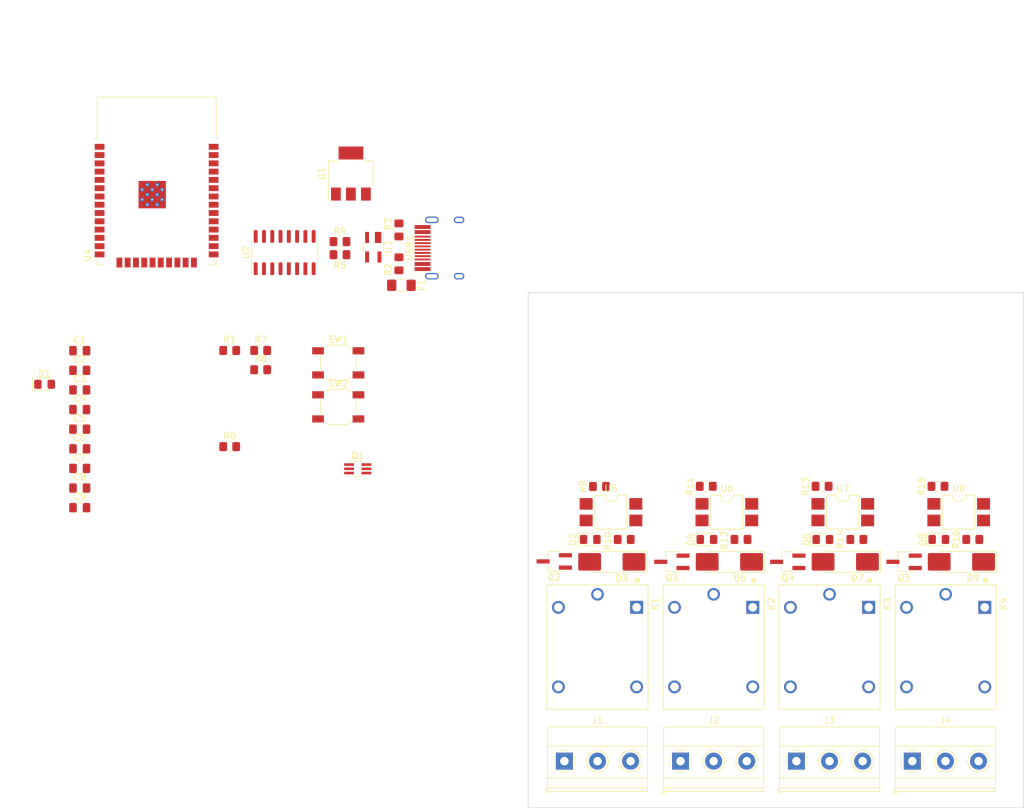
<source format=kicad_pcb>
(kicad_pcb (version 20221018) (generator pcbnew)
  (layers (0 "F.Cu" signal) (31 "B.Cu" signal) (34 "B.Paste" user) (35 "F.Paste" user) (36 "B.SilkS" user "B.Silkscreen") (37 "F.SilkS" user "F.Silkscreen") (38 "B.Mask" user) (39 "F.Mask" user) (44 "Edge.Cuts" user))
  (net 0 "")
  (net 1 "+5V")
  (net 2 "GND")
  (net 3 "+3.3V")
  (net 4 "/RESET")
  (net 5 "/IO_0")
  (net 6 "Net-(D1-A)")
  (net 7 "/IO_23")
  (net 8 "Net-(D2-A)")
  (net 9 "Net-(D3-A)")
  (net 10 "/IO_22")
  (net 11 "Net-(D4-A)")
  (net 12 "Net-(D5-A)")
  (net 13 "/IO_19")
  (net 14 "Net-(D6-A)")
  (net 15 "Net-(D7-A)")
  (net 16 "/IO_21")
  (net 17 "Net-(D8-A)")
  (net 18 "Net-(D9-A)")
  (net 19 "VCC")
  (net 20 "/NO-1")
  (net 21 "/COM-1")
  (net 22 "/NC-1")
  (net 23 "/NO-2")
  (net 24 "/COM-2")
  (net 25 "/NC-2")
  (net 26 "/NO-3")
  (net 27 "/COM-3")
  (net 28 "/NC-3")
  (net 29 "/NO-4")
  (net 30 "/COM-4")
  (net 31 "/NC-4")
  (net 32 "Net-(Q1-B2)")
  (net 33 "Net-(Q1-B1)")
  (net 34 "Net-(Q2-B)")
  (net 35 "Net-(Q3-B)")
  (net 36 "Net-(Q4-B)")
  (net 37 "Net-(Q5-B)")
  (net 38 "Net-(USB1-CC1)")
  (net 39 "Net-(USB1-CC2)")
  (net 40 "/DP")
  (net 41 "/D+")
  (net 42 "/DN")
  (net 43 "/D-")
  (net 44 "/RTS")
  (net 45 "/DTR")
  (net 46 "Net-(R9-Pad1)")
  (net 47 "Net-(R10-Pad1)")
  (net 48 "Net-(R11-Pad1)")
  (net 49 "Net-(R12-Pad1)")
  (net 50 "Net-(R13-Pad1)")
  (net 51 "Net-(R14-Pad1)")
  (net 52 "Net-(R15-Pad1)")
  (net 53 "Net-(R16-Pad1)")
  (net 54 "/TX")
  (net 55 "/RX")
  (footprint "TerminalBlock_Phoenix:TerminalBlock_Phoenix_MKDS-1,5-3-5.08_1x03_P5.08mm_Horizontal" (layer "F.Cu") (at 132.55625 123.03125)
    (fp_text reference "J1" (at 5.08 -6.26) (layer "F.SilkS"))
    (fp_text value "Relay-1")
    (pad "1" thru_hole rect (at 0 0) (size 2.6 2.6) (drill 1.3) (layers "*.Cu" "*.Mask") (net 20 "/NO-1"))
    (pad "2" thru_hole circle (at 5.08 0) (size 2.6 2.6) (drill 1.3) (layers "*.Cu" "*.Mask") (net 21 "/COM-1"))
    (pad "3" thru_hole circle (at 10.16 0) (size 2.6 2.6) (drill 1.3) (layers "*.Cu" "*.Mask") (net 22 "/NC-1"))
  )
  (footprint "local_lib:SMDIP-4_W7.62mm" (layer "F.Cu") (at 157.48 84.836)
    (fp_text reference "U6" (at 0 -3.6) (layer "F.SilkS"))
    (fp_text value "PC817")
    (pad "1" smd rect (at -3.81 -1.27) (size 2 1.78) (layers "F.Cu" "F.Paste" "F.Mask") (net 48 "Net-(R11-Pad1)"))
    (pad "2" smd rect (at -3.81 1.27) (size 2 1.78) (layers "F.Cu" "F.Paste" "F.Mask") (net 11 "Net-(D4-A)"))
    (pad "3" smd rect (at 3.81 1.27) (size 2 1.78) (layers "F.Cu" "F.Paste" "F.Mask") (net 49 "Net-(R12-Pad1)"))
    (pad "4" smd rect (at 3.81 -1.27) (size 2 1.78) (layers "F.Cu" "F.Paste" "F.Mask") (net 1 "+5V"))
  )
  (footprint "local_lib:SW_SPST_SKQG_WithStem" (layer "F.Cu") (at 97.86625 68.68625)
    (fp_text reference "SW2" (at 0 -3.6) (layer "F.SilkS"))
    (fp_text value "SW_SKQG")
    (pad "1" smd rect (at -3.1 -1.85) (size 1.8 1.1) (layers "F.Cu" "F.Paste" "F.Mask") (net 5 "/IO_0"))
    (pad "1" smd rect (at 3.1 -1.85) (size 1.8 1.1) (layers "F.Cu" "F.Paste" "F.Mask") (net 5 "/IO_0"))
    (pad "2" smd rect (at -3.1 1.85) (size 1.8 1.1) (layers "F.Cu" "F.Paste" "F.Mask") (net 2 "GND"))
    (pad "2" smd rect (at 3.1 1.85) (size 1.8 1.1) (layers "F.Cu" "F.Paste" "F.Mask") (net 2 "GND"))
  )
  (footprint "Resistor_SMD:R_0805_2012Metric_Pad1.20x1.40mm_HandSolder" (layer "F.Cu") (at 159.648 89.027 180)
    (fp_text reference "R12" (at 2.54 -0.127 90) (layer "F.SilkS"))
    (fp_text value "1K")
    (pad "1" smd roundrect (at -1 0 180) (size 1.2 1.4) (layers "F.Cu" "F.Paste" "F.Mask") (roundrect_rratio 0.208333) (net 49 "Net-(R12-Pad1)"))
    (pad "2" smd roundrect (at 1 0 180) (size 1.2 1.4) (layers "F.Cu" "F.Paste" "F.Mask") (roundrect_rratio 0.208333) (net 35 "Net-(Q3-B)"))
  )
  (footprint "Capacitor_SMD:C_0805_2012Metric_Pad1.18x1.45mm_HandSolder" (layer "F.Cu") (at 58.21625 78.12625)
    (fp_text reference "C7" (at 0 -1.68) (layer "F.SilkS"))
    (fp_text value "22uF")
    (pad "1" smd roundrect (at -1.0375 0) (size 1.175 1.45) (layers "F.Cu" "F.Paste" "F.Mask") (roundrect_rratio 0.212766) (net 3 "+3.3V"))
    (pad "2" smd roundrect (at 1.0375 0) (size 1.175 1.45) (layers "F.Cu" "F.Paste" "F.Mask") (roundrect_rratio 0.212766) (net 2 "GND"))
  )
  (footprint "local_lib:RELAY_SRD-05VDC-SL-C" (layer "F.Cu") (at 191.039 105.537 -90)
    (fp_text reference "K4" (at -6.62563 -8.83584 90) (layer "F.SilkS") (effects (font (size 1.000094 1.000094))))
    (fp_text value "SRD-05VDC-SL-C")
    (pad "A1" thru_hole rect (at -6.1 -6 270) (size 1.98 1.98) (drill 1.32) (layers "*.Cu" "*.Mask") (net 1 "+5V"))
    (pad "A2" thru_hole circle (at -6.1 6 270) (size 1.98 1.98) (drill 1.32) (layers "*.Cu" "*.Mask") (net 18 "Net-(D9-A)"))
    (pad "COM" thru_hole circle (at -8.1 0 270) (size 1.935 1.935) (drill 1.29) (layers "*.Cu" "*.Mask") (net 30 "/COM-4"))
    (pad "NC" thru_hole circle (at 6.1 -6 270) (size 1.98 1.98) (drill 1.32) (layers "*.Cu" "*.Mask") (net 31 "/NC-4"))
    (pad "NO" thru_hole circle (at 6.1 6 270) (size 1.98 1.98) (drill 1.32) (layers "*.Cu" "*.Mask") (net 29 "/NO-4"))
  )
  (footprint "local_lib:TSOT-23_HandSoldering" (layer "F.Cu") (at 131.005 92.395 180)
    (fp_text reference "Q2" (at 0 -2.45) (layer "F.SilkS"))
    (fp_text value "BC547A")
    (pad "1" smd rect (at -1.71 -0.95 180) (size 2 0.65) (layers "F.Cu" "F.Paste" "F.Mask") (net 9 "Net-(D3-A)"))
    (pad "2" smd rect (at -1.71 0.95 180) (size 2 0.65) (layers "F.Cu" "F.Paste" "F.Mask") (net 34 "Net-(Q2-B)"))
    (pad "3" smd rect (at 1.71 0 180) (size 2 0.65) (layers "F.Cu" "F.Paste" "F.Mask") (net 2 "GND"))
  )
  (footprint "Resistor_SMD:R_0805_2012Metric_Pad1.20x1.40mm_HandSolder" (layer "F.Cu") (at 98.1326 43.3344 180)
    (fp_text reference "R4" (at 0 1.6256) (layer "F.SilkS"))
    (fp_text value "22")
    (pad "1" smd roundrect (at -1 0 180) (size 1.2 1.4) (layers "F.Cu" "F.Paste" "F.Mask") (roundrect_rratio 0.208333) (net 40 "/DP"))
    (pad "2" smd roundrect (at 1 0 180) (size 1.2 1.4) (layers "F.Cu" "F.Paste" "F.Mask") (roundrect_rratio 0.208333) (net 41 "/D+"))
  )
  (footprint "local_lib:SMDIP-4_W7.62mm" (layer "F.Cu") (at 193.04 84.836)
    (fp_text reference "U8" (at 0 -3.6) (layer "F.SilkS"))
    (fp_text value "PC817")
    (pad "1" smd rect (at -3.81 -1.27) (size 2 1.78) (layers "F.Cu" "F.Paste" "F.Mask") (net 52 "Net-(R15-Pad1)"))
    (pad "2" smd rect (at -3.81 1.27) (size 2 1.78) (layers "F.Cu" "F.Paste" "F.Mask") (net 17 "Net-(D8-A)"))
    (pad "3" smd rect (at 3.81 1.27) (size 2 1.78) (layers "F.Cu" "F.Paste" "F.Mask") (net 53 "Net-(R16-Pad1)"))
    (pad "4" smd rect (at 3.81 -1.27) (size 2 1.78) (layers "F.Cu" "F.Paste" "F.Mask") (net 1 "+5V"))
  )
  (footprint "Capacitor_SMD:C_0805_2012Metric_Pad1.18x1.45mm_HandSolder" (layer "F.Cu") (at 58.21625 75.11625)
    (fp_text reference "C6" (at 0 -1.68) (layer "F.SilkS"))
    (fp_text value "0.1uF")
    (pad "1" smd roundrect (at -1.0375 0) (size 1.175 1.45) (layers "F.Cu" "F.Paste" "F.Mask") (roundrect_rratio 0.212766) (net 3 "+3.3V"))
    (pad "2" smd roundrect (at 1.0375 0) (size 1.175 1.45) (layers "F.Cu" "F.Paste" "F.Mask") (roundrect_rratio 0.212766) (net 2 "GND"))
  )
  (footprint "LED_SMD:LED_0805_2012Metric_Pad1.15x1.40mm_HandSolder" (layer "F.Cu") (at 52.82125 65.22125)
    (fp_text reference "D1" (at 0 -1.65) (layer "F.SilkS"))
    (fp_text value "YELLOW_LED")
    (pad "1" smd roundrect (at -1.025 0) (size 1.15 1.4) (layers "F.Cu" "F.Paste" "F.Mask") (roundrect_rratio 0.217391) (net 2 "GND"))
    (pad "2" smd roundrect (at 1.025 0) (size 1.15 1.4) (layers "F.Cu" "F.Paste" "F.Mask") (roundrect_rratio 0.217391) (net 6 "Net-(D1-A)"))
  )
  (footprint "Resistor_SMD:R_0805_2012Metric_Pad1.20x1.40mm_HandSolder" (layer "F.Cu") (at 137.938 80.899)
    (fp_text reference "R9" (at -2.54 0 90) (layer "F.SilkS"))
    (fp_text value "1K")
    (pad "1" smd roundrect (at -1 0) (size 1.2 1.4) (layers "F.Cu" "F.Paste" "F.Mask") (roundrect_rratio 0.208333) (net 46 "Net-(R9-Pad1)"))
    (pad "2" smd roundrect (at 1 0) (size 1.2 1.4) (layers "F.Cu" "F.Paste" "F.Mask") (roundrect_rratio 0.208333) (net 1 "+5V"))
  )
  (footprint "LED_SMD:LED_0805_2012Metric_Pad1.15x1.40mm_HandSolder" (layer "F.Cu") (at 154.423 89.027)
    (fp_text reference "D4" (at -2.54 0 90) (layer "F.SilkS"))
    (fp_text value "RED_LED" hide)
    (pad "1" smd roundrect (at -1.025 0) (size 1.15 1.4) (layers "F.Cu" "F.Paste" "F.Mask") (roundrect_rratio 0.217391) (net 10 "/IO_22"))
    (pad "2" smd roundrect (at 1.025 0) (size 1.15 1.4) (layers "F.Cu" "F.Paste" "F.Mask") (roundrect_rratio 0.217391) (net 11 "Net-(D4-A)"))
  )
  (footprint "local_lib:SMDIP-4_W7.62mm" (layer "F.Cu") (at 139.7 84.836)
    (fp_text reference "U5" (at 0 -3.6) (layer "F.SilkS"))
    (fp_text value "PC817")
    (pad "1" smd rect (at -3.81 -1.27) (size 2 1.78) (layers "F.Cu" "F.Paste" "F.Mask") (net 46 "Net-(R9-Pad1)"))
    (pad "2" smd rect (at -3.81 1.27) (size 2 1.78) (layers "F.Cu" "F.Paste" "F.Mask") (net 8 "Net-(D2-A)"))
    (pad "3" smd rect (at 3.81 1.27) (size 2 1.78) (layers "F.Cu" "F.Paste" "F.Mask") (net 47 "Net-(R10-Pad1)"))
    (pad "4" smd rect (at 3.81 -1.27) (size 2 1.78) (layers "F.Cu" "F.Paste" "F.Mask") (net 1 "+5V"))
  )
  (footprint "local_lib:SOT-223-3_TabPin2" (layer "F.Cu") (at 99.809 32.895 90)
    (fp_text reference "U1" (at 0 -4.5 90) (layer "F.SilkS"))
    (fp_text value "AMS1117-3.3")
    (pad "1" smd rect (at -3.15 -2.3 90) (size 2 1.5) (layers "F.Cu" "F.Paste" "F.Mask") (net 2 "GND"))
    (pad "2" smd rect (at -3.15 0 90) (size 2 1.5) (layers "F.Cu" "F.Paste" "F.Mask") (net 3 "+3.3V"))
    (pad "2" smd rect (at 3.15 0 90) (size 2 3.8) (layers "F.Cu" "F.Paste" "F.Mask") (net 3 "+3.3V"))
    (pad "3" smd rect (at -3.15 2.3 90) (size 2 1.5) (layers "F.Cu" "F.Paste" "F.Mask") (net 1 "+5V"))
  )
  (footprint "LED_SMD:LED_0805_2012Metric_Pad1.15x1.40mm_HandSolder" (layer "F.Cu") (at 136.516 89.027)
    (fp_text reference "D2" (at -2.658 0 90) (layer "F.SilkS"))
    (fp_text value "RED_LED" hide)
    (pad "1" smd roundrect (at -1.025 0) (size 1.15 1.4) (layers "F.Cu" "F.Paste" "F.Mask") (roundrect_rratio 0.217391) (net 7 "/IO_23"))
    (pad "2" smd roundrect (at 1.025 0) (size 1.15 1.4) (layers "F.Cu" "F.Paste" "F.Mask") (roundrect_rratio 0.217391) (net 8 "Net-(D2-A)"))
  )
  (footprint "LED_SMD:LED_0805_2012Metric_Pad1.15x1.40mm_HandSolder" (layer "F.Cu") (at 172.203 89.027)
    (fp_text reference "D6" (at -2.531 0 90) (layer "F.SilkS"))
    (fp_text value "RED_LED" hide)
    (pad "1" smd roundrect (at -1.025 0) (size 1.15 1.4) (layers "F.Cu" "F.Paste" "F.Mask") (roundrect_rratio 0.217391) (net 13 "/IO_19"))
    (pad "2" smd roundrect (at 1.025 0) (size 1.15 1.4) (layers "F.Cu" "F.Paste" "F.Mask") (roundrect_rratio 0.217391) (net 14 "Net-(D6-A)"))
  )
  (footprint "Resistor_SMD:R_0805_2012Metric_Pad1.20x1.40mm_HandSolder" (layer "F.Cu") (at 81.21625 60.03625)
    (fp_text reference "R1" (at 0 -1.65) (layer "F.SilkS"))
    (fp_text value "2K")
    (pad "1" smd roundrect (at -1 0) (size 1.2 1.4) (layers "F.Cu" "F.Paste" "F.Mask") (roundrect_rratio 0.208333) (net 1 "+5V"))
    (pad "2" smd roundrect (at 1 0) (size 1.2 1.4) (layers "F.Cu" "F.Paste" "F.Mask") (roundrect_rratio 0.208333) (net 6 "Net-(D1-A)"))
  )
  (footprint "Resistor_SMD:R_0805_2012Metric_Pad1.20x1.40mm_HandSolder" (layer "F.Cu") (at 177.419 89.027)
    (fp_text reference "R14" (at -2.54 0 90) (layer "F.SilkS"))
    (fp_text value "1K")
    (pad "1" smd roundrect (at -1 0) (size 1.2 1.4) (layers "F.Cu" "F.Paste" "F.Mask") (roundrect_rratio 0.208333) (net 51 "Net-(R14-Pad1)"))
    (pad "2" smd roundrect (at 1 0) (size 1.2 1.4) (layers "F.Cu" "F.Paste" "F.Mask") (roundrect_rratio 0.208333) (net 36 "Net-(Q4-B)"))
  )
  (footprint "Resistor_SMD:R_0805_2012Metric_Pad1.20x1.40mm_HandSolder" (layer "F.Cu") (at 107.175 46.736 -90)
    (fp_text reference "R2" (at 0.891 1.651 90) (layer "F.SilkS"))
    (fp_text value "5.1K")
    (pad "1" smd roundrect (at -1 0 270) (size 1.2 1.4) (layers "F.Cu" "F.Paste" "F.Mask") (roundrect_rratio 0.208333) (net 38 "Net-(USB1-CC1)"))
    (pad "2" smd roundrect (at 1 0 270) (size 1.2 1.4) (layers "F.Cu" "F.Paste" "F.Mask") (roundrect_rratio 0.208333) (net 2 "GND"))
  )
  (footprint "Resistor_SMD:R_0805_2012Metric_Pad1.20x1.40mm_HandSolder" (layer "F.Cu") (at 81.21625 74.78625)
    (fp_text reference "R6" (at 0 -1.65) (layer "F.SilkS"))
    (fp_text value "10K")
    (pad "1" smd roundrect (at -1 0) (size 1.2 1.4) (layers "F.Cu" "F.Paste" "F.Mask") (roundrect_rratio 0.208333) (net 44 "/RTS"))
    (pad "2" smd roundrect (at 1 0) (size 1.2 1.4) (layers "F.Cu" "F.Paste" "F.Mask") (roundrect_rratio 0.208333) (net 33 "Net-(Q1-B1)"))
  )
  (footprint "Capacitor_SMD:C_0805_2012Metric_Pad1.18x1.45mm_HandSolder" (layer "F.Cu") (at 58.21625 81.13625)
    (fp_text reference "C8" (at 0 -1.68) (layer "F.SilkS"))
    (fp_text value "0.1uF")
    (pad "1" smd roundrect (at -1.0375 0) (size 1.175 1.45) (layers "F.Cu" "F.Paste" "F.Mask") (roundrect_rratio 0.212766) (net 2 "GND"))
    (pad "2" smd roundrect (at 1.0375 0) (size 1.175 1.45) (layers "F.Cu" "F.Paste" "F.Mask") (roundrect_rratio 0.212766) (net 4 "/RESET"))
  )
  (footprint "Resistor_SMD:R_0805_2012Metric_Pad1.20x1.40mm_HandSolder" (layer "F.Cu") (at 98.1326 45.341 180)
    (fp_text reference "R5" (at 0.016 -1.651) (layer "F.SilkS"))
    (fp_text value "22")
    (pad "1" smd roundrect (at -1 0 180) (size 1.2 1.4) (layers "F.Cu" "F.Paste" "F.Mask") (roundrect_rratio 0.208333) (net 42 "/DN"))
    (pad "2" smd roundrect (at 1 0 180) (size 1.2 1.4) (layers "F.Cu" "F.Paste" "F.Mask") (roundrect_rratio 0.208333) (net 43 "/D-"))
  )
  (footprint "TerminalBlock_Phoenix:TerminalBlock_Phoenix_MKDS-1,5-3-5.08_1x03_P5.08mm_Horizontal" (layer "F.Cu") (at 185.928 123.03125)
    (fp_text reference "J4" (at 5.08 -6.26) (layer "F.SilkS"))
    (fp_text value "Relay-4")
    (pad "1" thru_hole rect (at 0 0) (size 2.6 2.6) (drill 1.3) (layers "*.Cu" "*.Mask") (net 29 "/NO-4"))
    (pad "2" thru_hole circle (at 5.08 0) (size 2.6 2.6) (drill 1.3) (layers "*.Cu" "*.Mask") (net 30 "/COM-4"))
    (pad "3" thru_hole circle (at 10.16 0) (size 2.6 2.6) (drill 1.3) (layers "*.Cu" "*.Mask") (net 31 "/NC-4"))
  )
  (footprint "Resistor_SMD:R_0805_2012Metric_Pad1.20x1.40mm_HandSolder" (layer "F.Cu") (at 141.732 89.027 180)
    (fp_text reference "R10" (at 2.54 -0.254 90) (layer "F.SilkS"))
    (fp_text value "1K")
    (pad "1" smd roundrect (at -1 0 180) (size 1.2 1.4) (layers "F.Cu" "F.Paste" "F.Mask") (roundrect_rratio 0.208333) (net 47 "Net-(R10-Pad1)"))
    (pad "2" smd roundrect (at 1 0 180) (size 1.2 1.4) (layers "F.Cu" "F.Paste" "F.Mask") (roundrect_rratio 0.208333) (net 34 "Net-(Q2-B)"))
  )
  (footprint "Capacitor_SMD:C_0805_2012Metric_Pad1.18x1.45mm_HandSolder" (layer "F.Cu") (at 58.21625 69.09625)
    (fp_text reference "C4" (at 0 -1.68) (layer "F.SilkS"))
    (fp_text value "0.1uF")
    (pad "1" smd roundrect (at -1.0375 0) (size 1.175 1.45) (layers "F.Cu" "F.Paste" "F.Mask") (roundrect_rratio 0.212766) (net 2 "GND"))
    (pad "2" smd roundrect (at 1.0375 0) (size 1.175 1.45) (layers "F.Cu" "F.Paste" "F.Mask") (roundrect_rratio 0.212766) (net 1 "+5V"))
  )
  (footprint "TerminalBlock_Phoenix:TerminalBlock_Phoenix_MKDS-1,5-3-5.08_1x03_P5.08mm_Horizontal" (layer "F.Cu") (at 150.368 123.03125)
    (fp_text reference "J2" (at 5.08 -6.26) (layer "F.SilkS"))
    (fp_text value "Relay-2")
    (pad "1" thru_hole rect (at 0 0) (size 2.6 2.6) (drill 1.3) (layers "*.Cu" "*.Mask") (net 23 "/NO-2"))
    (pad "2" thru_hole circle (at 5.08 0) (size 2.6 2.6) (drill 1.3) (layers "*.Cu" "*.Mask") (net 24 "/COM-2"))
    (pad "3" thru_hole circle (at 10.16 0) (size 2.6 2.6) (drill 1.3) (layers "*.Cu" "*.Mask") (net 25 "/NC-2"))
  )
  (footprint "local_lib:HRO-TYPE-C-31-M-12-HandSoldering" (layer "F.Cu") (at 118.999 44.323 90)
    (fp_text reference "USB1" (at 0 -10.2 90) (layer "F.SilkS"))
    (fp_text value "HRO-TYPE-C-31-M-12")
    (pad "" np_thru_hole circle (at -2.89 -6.25 90) (size 0.65 0.65) (drill 0.65) (layers "*.Cu" "*.Mask"))
    (pad "" np_thru_hole circle (at 2.89 -6.25 90) (size 0.65 0.65) (drill 0.65) (layers "*.Cu" "*.Mask"))
    (pad "1" smd rect (at -3.225 -8.195 90) (size 0.6 2.45) (layers "F.Cu" "F.Paste" "F.Mask") (net 2 "GND"))
    (pad "2" smd rect (at -2.45 -8.195 90) (size 0.6 2.45) (layers "F.Cu" "F.Paste" "F.Mask") (net 19 "VCC"))
    (pad "3" smd rect (at -1.75 -8.195 90) (size 0.3 2.45) (layers "F.Cu" "F.Paste" "F.Mask"))
    (pad "4" smd rect (at -1.25 -8.195 90) (size 0.3 2.45) (layers "F.Cu" "F.Paste" "F.Mask") (net 38 "Net-(USB1-CC1)"))
    (pad "5" smd rect (at -0.75 -8.195 90) (size 0.3 2.45) (layers "F.Cu" "F.Paste" "F.Mask") (net 42 "/DN"))
    (pad "6" smd rect (at -0.25 -8.195 90) (size 0.3 2.45) (layers "F.Cu" "F.Paste" "F.Mask") (net 40 "/DP"))
    (pad "7" smd rect (at 0.25 -8.195 90) (size 0.3 2.45) (layers "F.Cu" "F.Paste" "F.Mask") (net 42 "/DN"))
    (pad "8" smd rect (at 0.75 -8.195 90) (size 0.3 2.45) (layers "F.Cu" "F.Paste" "F.Mask") (net 40 "/DP"))
    (pad "9" smd rect (at 1.25 -8.195 90) (size 0.3 2.45) (layers "F.Cu" "F.Paste" "F.Mask"))
    (pad "10" smd rect (at 1.75 -8.195 90) (size 0.3 2.45) (layers "F.Cu" "F.Paste" "F.Mask") (net 39 "Net-(USB1-CC2)"))
    (pad "11" smd rect (at 2.45 -8.195 90) (size 0.6 2.45) (layers "F.Cu" "F.Paste" "F.Mask") (net 19 "VCC"))
    (pad "12" smd rect (at 3.225 -8.195 90) (size 0.6 2.45) (layers "F.Cu" "F.Paste" "F.Mask") (net 2 "GND"))
    (pad "13" thru_hole oval (at -4.32 -6.78 90) (size 1 2.1) (drill oval 0.6 1.7) (layers "*.Cu" "B.Mask") (net 2 "GND"))
    (pad "13" thru_hole oval (at -4.32 -2.6 90) (size 1 1.6) (drill oval 0.6 1.2) (layers "*.Cu" "B.Mask") (net 2 "GND"))
    (pad "13" thru_hole oval (at 4.32 -6.78 90) (size 1 2.1) (drill oval 0.6 1.7) (layers "*.Cu" "B.Mask") (net 2 "GND"))
    (pad "13" thru_hole oval (at 4.32 -2.6 90) (size 1 1.6) (drill oval 0.6 1.2) (layers "*.Cu" "B.Mask") (net 2 "GND"))
  )
  (footprint "Fuse:Fuse_1206_3216Metric_Pad1.42x1.75mm_HandSolder" (layer "F.Cu") (at 107.556 50.04 180)
    (fp_text reference "F1" (at -3.175 0 90) (layer "F.SilkS"))
    (fp_text value "500mA")
    (pad "1" smd roundrect (at -1.4875 0 180) (size 1.425 1.75) (layers "F.Cu" "F.Paste" "F.Mask") (roundrect_rratio 0.175439) (net 19 "VCC"))
    (pad "2" smd roundrect (at 1.4875 0 180) (size 1.425 1.75) (layers "F.Cu" "F.Paste" "F.Mask") (roundrect_rratio 0.175439) (net 1 "+5V"))
  )
  (footprint "local_lib:TSOT-23_HandSoldering" (layer "F.Cu") (at 184.658 92.456 180)
    (fp_text reference "Q5" (at 0 -2.45) (layer "F.SilkS"))
    (fp_text value "BC547A")
    (pad "1" smd rect (at -1.71 -0.95 180) (size 2 0.65) (layers "F.Cu" "F.Paste" "F.Mask") (net 18 "Net-(D9-A)"))
    (pad "2" smd rect (at -1.71 0.95 180) (size 2 0.65) (layers "F.Cu" "F.Paste" "F.Mask") (net 37 "Net-(Q5-B)"))
    (pad "3" smd rect (at 1.71 0 180) (size 2 0.65) (layers "F.Cu" "F.Paste" "F.Mask") (net 2 "GND"))
  )
  (footprint "local_lib:D_MELF_Handsoldering" (layer "F.Cu") (at 193.45 92.456 180)
    (fp_text reference "D9" (at -1.749 -2.5) (layer "F.SilkS"))
    (fp_text value "1N4007")
    (pad "1" smd roundrect (at -3.4 0 180) (size 3.5 2.7) (layers "F.Cu" "F.Paste" "F.Mask") (roundrect_rratio 0.0925925926) (net 1 "+5V"))
    (pad "2" smd roundrect (at 3.4 0 180) (size 3.5 2.7) (layers "F.Cu" "F.Paste" "F.Mask") (roundrect_rratio 0.0925925926) (net 18 "Net-(D9-A)"))
  )
  (footprint "local_lib:RELAY_SRD-05VDC-SL-C" (layer "F.Cu") (at 155.448 105.537 -90)
    (fp_text reference "K2" (at -6.62563 -8.83584 90) (layer "F.SilkS") (effects (font (size 1.000094 1.000094))))
    (fp_text value "SRD-05VDC-SL-C")
    (pad "A1" thru_hole rect (at -6.1 -6 270) (size 1.98 1.98) (drill 1.32) (layers "*.Cu" "*.Mask") (net 1 "+5V"))
    (pad "A2" thru_hole circle (at -6.1 6 270) (size 1.98 1.98) (drill 1.32) (layers "*.Cu" "*.Mask") (net 12 "Net-(D5-A)"))
    (pad "COM" thru_hole circle (at -8.1 0 270) (size 1.935 1.935) (drill 1.29) (layers "*.Cu" "*.Mask") (net 24 "/COM-2"))
    (pad "NC" thru_hole circle (at 6.1 -6 270) (size 1.98 1.98) (drill 1.32) (layers "*.Cu" "*.Mask") (net 25 "/NC-2"))
    (pad "NO" thru_hole circle (at 6.1 6 270) (size 1.98 1.98) (drill 1.32) (layers "*.Cu" "*.Mask") (net 23 "/NO-2"))
  )
  (footprint "LED_SMD:LED_0805_2012Metric_Pad1.15x1.40mm_HandSolder" (layer "F.Cu") (at 189.992 89.027)
    (fp_text reference "D8" (at -2.54 0 90) (layer "F.SilkS"))
    (fp_text value "RED_LED" hide)
    (pad "1" smd roundrect (at -1.025 0) (size 1.15 1.4) (layers "F.Cu" "F.Paste" "F.Mask") (roundrect_rratio 0.217391) (net 16 "/IO_21"))
    (pad "2" smd roundrect (at 1.025 0) (size 1.15 1.4) (layers "F.Cu" "F.Paste" "F.Mask") (roundrect_rratio 0.217391) (net 17 "Net-(D8-A)"))
  )
  (footprint "local_lib:TSOT-23_HandSoldering" (layer "F.Cu") (at 149.039 92.456 180)
    (fp_text reference "Q3" (at 0 -2.45) (layer "F.SilkS"))
    (fp_text value "BC547A")
    (pad "1" smd rect (at -1.71 -0.95 180) (size 2 0.65) (layers "F.Cu" "F.Paste" "F.Mask") (net 12 "Net-(D5-A)"))
    (pad "2" smd rect (at -1.71 0.95 180) (size 2 0.65) (layers "F.Cu" "F.Paste" "F.Mask") (net 35 "Net-(Q3-B)"))
    (pad "3" smd rect (at 1.71 0 180) (size 2 0.65) (layers "F.Cu" "F.Paste" "F.Mask") (net 2 "GND"))
  )
  (footprint "Resistor_SMD:R_0805_2012Metric_Pad1.20x1.40mm_HandSolder" (layer "F.Cu") (at 107.175 41.545 90)
    (fp_text reference "R3" (at 0.903 -1.651 90) (layer "F.SilkS"))
    (fp_text value "5.1K")
    (pad "1" smd roundrect (at -1 0 90) (size 1.2 1.4) (layers "F.Cu" "F.Paste" "F.Mask") (roundrect_rratio 0.208333) (net 39 "Net-(USB1-CC2)"))
    (pad "2" smd roundrect (at 1 0 90) (size 1.2 1.4) (layers "F.Cu" "F.Paste" "F.Mask") (roundrect_rratio 0.208333) (net 2 "GND"))
  )
  (footprint "local_lib:SMDIP-4_W7.62mm" (layer "F.Cu") (at 175.26 84.836)
    (fp_text reference "U7" (at 0 -3.6) (layer "F.SilkS"))
    (fp_text value "PC817")
    (pad "1" smd rect (at -3.81 -1.27) (size 2 1.78) (layers "F.Cu" "F.Paste" "F.Mask") (net 50 "Net-(R13-Pad1)"))
    (pad "2" smd rect (at -3.81 1.27) (size 2 1.78) (layers "F.Cu" "F.Paste" "F.Mask") (net 14 "Net-(D6-A)"))
    (pad "3" smd rect (at 3.81 1.27) (size 2 1.78) (layers "F.Cu" "F.Paste" "F.Mask") (net 51 "Net-(R14-Pad1)"))
    (pad "4" smd rect (at 3.81 -1.27) (size 2 1.78) (layers "F.Cu" "F.Paste" "F.Mask") (net 1 "+5V"))
  )
  (footprint "Capacitor_SMD:C_0805_2012Metric_Pad1.18x1.45mm_HandSolder" (layer "F.Cu") (at 58.21625 66.08625)
    (fp_text reference "C3" (at 0 -1.68) (layer "F.SilkS"))
    (fp_text value "0.1uF")
    (pad "1" smd roundrect (at -1.0375 0) (size 1.175 1.45) (layers "F.Cu" "F.Paste" "F.Mask") (roundrect_rratio 0.212766) (net 3 "+3.3V"))
    (pad "2" smd roundrect (at 1.0375 0) (size 1.175 1.45) (layers "F.Cu" "F.Paste" "F.Mask") (roundrect_rratio 0.212766) (net 2 "GND"))
  )
  (footprint "local_lib:D_MELF_Handsoldering" (layer "F.Cu") (at 139.827 92.456 180)
    (fp_text reference "D3" (at -1.524 -2.5) (layer "F.SilkS"))
    (fp_text value "1N4007")
    (pad "1" smd roundrect (at -3.4 0 180) (size 3.5 2.7) (layers "F.Cu" "F.Paste" "F.Mask") (roundrect_rratio 0.0925925926) (net 1 "+5V"))
    (pad "2" smd roundrect (at 3.4 0 180) (size 3.5 2.7) (layers "F.Cu" "F.Paste" "F.Mask") (roundrect_rratio 0.0925925926) (net 9 "Net-(D3-A)"))
  )
  (footprint "Resistor_SMD:R_0805_2012Metric_Pad1.20x1.40mm_HandSolder" (layer "F.Cu") (at 85.96625 60.03625)
    (fp_text reference "R7" (at 0 -1.65) (layer "F.SilkS"))
    (fp_text value "10K")
    (pad "1" smd roundrect (at -1 0) (size 1.2 1.4) (layers "F.Cu" "F.Paste" "F.Mask") (roundrect_rratio 0.208333) (net 32 "Net-(Q1-B2)"))
    (pad "2" smd roundrect (at 1 0) (size 1.2 1.4) (layers "F.Cu" "F.Paste" "F.Mask") (roundrect_rratio 0.208333) (net 45 "/DTR"))
  )
  (footprint "TerminalBlock_Phoenix:TerminalBlock_Phoenix_MKDS-1,5-3-5.08_1x03_P5.08mm_Horizontal" (layer "F.Cu") (at 168.148 123.03125)
    (fp_text reference "J3" (at 5.08 -6.26) (layer "F.SilkS"))
    (fp_text value "Relay-3")
    (pad "1" thru_hole rect (at 0 0) (size 2.6 2.6) (drill 1.3) (layers "*.Cu" "*.Mask") (net 26 "/NO-3"))
    (pad "2" thru_hole circle (at 5.08 0) (size 2.6 2.6) (drill 1.3) (layers "*.Cu" "*.Mask") (net 27 "/COM-3"))
    (pad "3" thru_hole circle (at 10.16 0) (size 2.6 2.6) (drill 1.3) (layers "*.Cu" "*.Mask") (net 28 "/NC-3"))
  )
  (footprint "Resistor_SMD:R_0805_2012Metric_Pad1.20x1.40mm_HandSolder" (layer "F.Cu") (at 195.199 89.027 180)
    (fp_text reference "R16" (at 2.54 0 90) (layer "F.SilkS"))
    (fp_text value "1K")
    (pad "1" smd roundrect (at -1 0 180) (size 1.2 1.4) (layers "F.Cu" "F.Paste" "F.Mask") (roundrect_rratio 0.208333) (net 53 "Net-(R16-Pad1)"))
    (pad "2" smd roundrect (at 1 0 180) (size 1.2 1.4) (layers "F.Cu" "F.Paste" "F.Mask") (roundrect_rratio 0.208333) (net 37 "Net-(Q5-B)"))
  )
  (footprint "local_lib:ESP32-WROOM-32" (layer "F.Cu") (at 70.008 37.041)
    (fp_text reference "U4" (at -10.61 8.43 90) (layer "F.SilkS"))
    (fp_text value "ESP32-WROOM-32")
    (pad "1" smd rect (at -8.75 -8.25) (size 1.5 0.9) (layers "F.Cu" "F.Paste" "F.Mask") (net 2 "GND"))
    (pad "2" smd rect (at -8.75 -6.98) (size 1.5 0.9) (layers "F.Cu" "F.Paste" "F.Mask") (net 3 "+3.3V"))
    (pad "3" smd rect (at -8.75 -5.71) (size 1.5 0.9) (layers "F.Cu" "F.Paste" "F.Mask") (net 4 "/RESET"))
    (pad "4" smd rect (at -8.75 -4.44) (size 1.5 0.9) (layers "F.Cu" "F.Paste" "F.Mask"))
    (pad "5" smd rect (at -8.75 -3.17) (size 1.5 0.9) (layers "F.Cu" "F.Paste" "F.Mask"))
    (pad "6" smd rect (at -8.75 -1.9) (size 1.5 0.9) (layers "F.Cu" "F.Paste" "F.Mask"))
    (pad "7" smd rect (at -8.75 -0.63) (size 1.5 0.9) (layers "F.Cu" "F.Paste" "F.Mask"))
    (pad "8" smd rect (at -8.75 0.64) (size 1.5 0.9) (layers "F.Cu" "F.Paste" "F.Mask"))
    (pad "9" smd rect (at -8.75 1.91) (size 1.5 0.9) (layers "F.Cu" "F.Paste" "F.Mask"))
    (pad "10" smd rect (at -8.75 3.18) (size 1.5 0.9) (layers "F.Cu" "F.Paste" "F.Mask"))
    (pad "11" smd rect (at -8.75 4.45) (size 1.5 0.9) (layers "F.Cu" "F.Paste" "F.Mask"))
    (pad "12" smd rect (at -8.75 5.72) (size 1.5 0.9) (layers "F.Cu" "F.Paste" "F.Mask"))
    (pad "13" smd rect (at -8.75 6.99) (size 1.5 0.9) (layers "F.Cu" "F.Paste" "F.Mask"))
    (pad "14" smd rect (at -8.75 8.26) (size 1.5 0.9) (layers "F.Cu" "F.Paste" "F.Mask"))
    (pad "15" smd rect (at -5.71 9.51 90) (size 1.5 0.9) (layers "F.Cu" "F.Paste" "F.Mask") (net 2 "GND"))
    (pad "16" smd rect (at -4.44 9.51 90) (size 1.5 0.9) (layers "F.Cu" "F.Paste" "F.Mask"))
    (pad "17" smd rect (at -3.17 9.51 90) (size 1.5 0.9) (layers "F.Cu" "F.Paste" "F.Mask"))
    (pad "18" smd rect (at -1.9 9.51 90) (size 1.5 0.9) (layers "F.Cu" "F.Paste" "F.Mask"))
    (pad "19" smd rect (at -0.63 9.51 90) (size 1.5 0.9) (layers "F.Cu" "F.Paste" "F.Mask"))
    (pad "20" smd rect (at 0.64 9.51 90) (size 1.5 0.9) (layers "F.Cu" "F.Paste" "F.Mask"))
    (pad "21" smd rect (at 1.91 9.51 90) (size 1.5 0.9) (layers "F.Cu" "F.Paste" "F.Mask"))
    (pad "22" smd rect (at 3.18 9.51 90) (size 1.5 0.9) (layers "F.Cu" "F.Paste" "F.Mask"))
    (pad "23" smd rect (at 4.45 9.51 90) (size 1.5 0.9) (layers "F.Cu" "F.Paste" "F.Mask"))
    (pad "24" smd rect (at 5.72 9.51 90) (size 1.5 0.9) (layers "F.Cu" "F.Paste" "F.Mask"))
    (pad "25" smd rect (at 8.75 8.26) (size 1.5 0.9) (layers "F.Cu" "F.Paste" "F.Mask") (net 5 "/IO_0"))
    (pad "26" smd rect (at 8.75 6.99) (size 1.5 0.9) (layers "F.Cu" "F.Paste" "F.Mask"))
    (pad "27" smd rect (at 8.75 5.72) (size 1.5 0.9) (layers "F.Cu" "F.Paste" "F.Mask"))
    (pad "28" smd rect (at 8.75 4.45) (size 1.5 0.9) (layers "F.Cu" "F.Paste" "F.Mask"))
    (pad "29" smd rect (at 8.75 3.18) (size 1.5 0.9) (layers "F.Cu" "F.Paste" "F.Mask"))
    (pad "30" smd rect (at 8.75 1.91) (size 1.5 0.9) (layers "F.Cu" "F.Paste" "F.Mask"))
    (pad "31" smd rect (at 8.75 0.64) (size 1.5 0.9) (layers "F.Cu" "F.Paste" "F.Mask") (net 13 "/IO_19"))
    (pad "32" smd rect (at 8.75 -0.63) (size 1.5 0.9) (layers "F.Cu" "F.Paste" "F.Mask"))
    (pad "33" smd rect (at 8.75 -1.9) (size 1.5 0.9) (layers "F.Cu" "F.Paste" "F.Mask") (net 16 "/IO_21"))
    (pad "34" smd rect (at 8.75 -3.17) (size 1.5 0.9) (layers "F.Cu" "F.Paste" "F.Mask") (net 54 "/TX"))
    (pad "35" smd rect (at 8.75 -4.44) (size 1.5 0.9) (layers "F.Cu" "F.Paste" "F.Mask") (net 55 "/RX"))
    (pad "36" smd rect (at 8.75 -5.71) (size 1.5 0.9) (layers "F.Cu" "F.Paste" "F.Mask") (net 10 "/IO_22"))
    (pad "37" smd rect (at 8.75 -6.98) (size 1.5 0.9) (layers "F.Cu" "F.Paste" "F.Mask") (net 7 "/IO_23"))
    (pad "38" smd rect (at 8.75 -8.25) (size 1.5 0.9) (layers "F.Cu" "F.Paste" "F.Mask") (net 2 "GND"))
    (pad "39" smd rect (at -2.205 -2.435) (size 1.05 1.05) (layers "F.Cu" "F.Paste") (net 2 "GND"))
    (pad "39" thru_hole circle (at -2.205 -1.6725) (size 0.6 0.6) (drill 0.2) (property pad_prop_heatsink) (layers "*.Cu" "F.Mask") (net 2 "GND"))
    (pad "39" smd rect (at -2.205 -0.91) (size 1.05 1.05) (layers "F.Cu" "F.Paste") (net 2 "GND"))
    (pad "39" thru_hole circle (at -2.205 -0.1475) (size 0.6 0.6) (drill 0.2) (property pad_prop_heatsink) (layers "*.Cu" "F.Mask") (net 2 "GND"))
    (pad "39" smd rect (at -2.205 0.615) (size 1.05 1.05) (layers "F.Cu" "F.Paste") (net 2 "GND"))
    (pad "39" thru_hole circle (at -1.4425 -2.435) (size 0.6 0.6) (drill 0.2) (property pad_prop_heatsink) (layers "*.Cu" "F.Mask") (net 2 "GND"))
    (pad "39" thru_hole circle (at -1.4425 -0.91) (size 0.6 0.6) (drill 0.2) (property pad_prop_heatsink) (layers "*.Cu" "F.Mask") (net 2 "GND"))
    (pad "39" thru_hole circle (at -1.4425 0.615) (size 0.6 0.6) (drill 0.2) (property pad_prop_heatsink) (layers "*.Cu" "F.Mask") (net 2 "GND"))
    (pad "39" smd rect (at -0.68 -2.435) (size 1.05 1.05) (layers "F.Cu" "F.Paste") (net 2 "GND"))
    (pad "39" thru_hole circle (at -0.68 -1.6725) (size 0.6 0.6) (drill 0.2) (property pad_prop_heatsink) (layers "*.Cu" "F.Mask") (net 2 "GND"))
    (pad "39" smd rect (at -0.68 -0.91) (size 1.05 1.05) (layers "F.Cu" "F.Paste") (net 2 "GND"))
    (pad "39" smd rect (at -0.68 -0.91) (size 4.2 4.2) (layers "F.Cu" "F.Mask") (net 2 "GND"))
    (pad "39" thru_hole circle (at -0.68 -0.1475) (size 0.6 0.6) (drill 0.2) (property pad_prop_heatsink) (layers "*.Cu" "F.Mask") (net 2 "GND"))
    (pad "39" smd rect (at -0.68 0.615) (size 1.05 1.05) (layers "F.Cu" "F.Paste") (net 2 "GND"))
    (pad "39" thru_hole circle (at 0.0825 -2.435) (size 0.6 0.6) (drill 0.2) (property pad_prop_heatsink) (layers "*.Cu" "F.Mask") (net 2 "GND"))
    (pad "39" thru_hole circle (at 0.0825 -0.91) (size 0.6 0.6) (drill 0.2) (property pad_prop_heatsink) (layers "*.Cu" "F.Mask") (net 2 "GND"))
    (pad "39" thru_hole circle (at 0.0825 0.615) (size 0.6 0.6) (drill 0.2) (property pad_prop_heatsink) (layers "*.Cu" "F.Mask") (net 2 "GND"))
    (pad "39" smd rect (at 0.845 -2.435) (size 1.05 1.05) (layers "F.Cu" "F.Paste") (net 2 "GND"))
    (pad "39" thru_hole circle (at 0.845 -1.6725) (size 0.6 0.6) (drill 0.2) (property pad_prop_heatsink) (layers "*.Cu" "F.Mask") (net 2 "GND"))
    (pad "39" smd rect (at 0.845 -0.91) (size 1.05 1.05) (layers "F.Cu" "F.Paste") (net 2 "GND"))
    (pad "39" thru_hole circle (at 0.845 -0.1475) (size 0.6 0.6) (drill 0.2) (property pad_prop_heatsink) (layers "*.Cu" "F.Mask") (net 2 "GND"))
    (pad "39" smd rect (at 0.845 0.615) (size 1.05 1.05) (layers "F.Cu" "F.Paste") (net 2 "GND"))
  )
  (footprint "local_lib:SOIC-16_3.9x9.9mm_P1.27mm" (layer "F.Cu") (at 89.649 45.02 90)
    (fp_text reference "U2" (at 0 -5.9 90) (layer "F.SilkS"))
    (fp_text value "CH340C")
    (pad "1" smd roundrect (at -2.475 -4.445 90) (size 1.95 0.6) (layers "F.Cu" "F.Paste" "F.Mask") (net 2 "GND"))
    (pad "2" smd roundrect (at -2.475 -3.175 90) (size 1.95 0.6) (layers "F.Cu" "F.Paste" "F.Mask") (net 54 "/TX"))
    (pad "3" smd roundrect (at -2.475 -1.905 90) (size 1.95 0.6) (layers "F.Cu" "F.Paste" "F.Mask") (net 55 "/RX"))
    (pad "4" smd roundrect (at -2.475 -0.635 90) (size 1.95 0.6) (layers "F.Cu" "F.Paste" "F.Mask") (net 3 "+3.3V"))
    (pad "5" smd roundrect (at -2.475 0.635 90) (size 1.95 0.6) (layers "F.Cu" "F.Paste" "F.Mask") (net 41 "/D+"))
    (pad "6" smd roundrect (at -2.475 1.905 90) (size 1.95 0.6) (layers "F.Cu" "F.Paste" "F.Mask") (net 43 "/D-"))
    (pad "7" smd roundrect (at -2.475 3.175 90) (size 1.95 0.6) (layers "F.Cu" "F.Paste" "F.Mask"))
    (pad "8" smd roundrect (at -2.475 4.445 90) (size 1.95 0.6) (layers "F.Cu" "F.Paste" "F.Mask"))
    (pad "9" smd roundrect (at 2.475 4.445 90) (size 1.95 0.6) (layers "F.Cu" "F.Paste" "F.Mask"))
    (pad "10" smd roundrect (at 2.475 3.175 90) (size 1.95 0.6) (layers "F.Cu" "F.Paste" "F.Mask"))
    (pad "11" smd roundrect (at 2.475 1.905 90) (size 1.95 0.6) (layers "F.Cu" "F.Paste" "F.Mask"))
    (pad "12" smd roundrect (at 2.475 0.635 90) (size 1.95 0.6) (layers "F.Cu" "F.Paste" "F.Mask"))
    (pad "13" smd roundrect (at 2.475 -0.635 90) (size 1.95 0.6) (layers "F.Cu" "F.Paste" "F.Mask") (net 45 "/DTR"))
    (pad "14" smd roundrect (at 2.475 -1.905 90) (size 1.95 0.6) (layers "F.Cu" "F.Paste" "F.Mask") (net 44 "/RTS"))
    (pad "15" smd roundrect (at 2.475 -3.175 90) (size 1.95 0.6) (layers "F.Cu" "F.Paste" "F.Mask"))
    (pad "16" smd roundrect (at 2.475 -4.445 90) (size 1.95 0.6) (layers "F.Cu" "F.Paste" "F.Mask") (net 1 "+5V"))
  )
  (footprint "Resistor_SMD:R_0805_2012Metric_Pad1.20x1.40mm_HandSolder" (layer "F.Cu") (at 172.085 80.8736)
    (fp_text reference "R13" (at -2.54 0.0254 90) (layer "F.SilkS"))
    (fp_text value "1K")
    (pad "1" smd roundrect (at -1 0) (size 1.2 1.4) (layers "F.Cu" "F.Paste" "F.Mask") (roundrect_rratio 0.208333) (net 50 "Net-(R13-Pad1)"))
    (pad "2" smd roundrect (at 1 0) (size 1.2 1.4) (layers "F.Cu" "F.Paste" "F.Mask") (roundrect_rratio 0.208333) (net 1 "+5V"))
  )
  (footprint "Capacitor_SMD:C_0805_2012Metric_Pad1.18x1.45mm_HandSolder" (layer "F.Cu") (at 58.21625 72.10625)
    (fp_text reference "C5" (at 0 -1.68) (layer "F.SilkS"))
    (fp_text value "0.1uF")
    (pad "1" smd roundrect (at -1.0375 0) (size 1.175 1.45) (layers "F.Cu" "F.Paste" "F.Mask") (roundrect_rratio 0.212766) (net 4 "/RESET"))
    (pad "2" smd roundrect (at 1.0375 0) (size 1.175 1.45) (layers "F.Cu" "F.Paste" "F.Mask") (roundrect_rratio 0.212766) (net 2 "GND"))
  )
  (footprint "local_lib:SW_SPST_SKQG_WithStem" (layer "F.Cu") (at 97.86625 61.93625)
    (fp_text reference "SW1" (at 0 -3.6) (layer "F.SilkS"))
    (fp_text value "SW_SKQG")
    (pad "1" smd rect (at -3.1 -1.85) (size 1.8 1.1) (layers "F.Cu" "F.Paste" "F.Mask") (net 4 "/RESET"))
    (pad "1" smd rect (at 3.1 -1.85) (size 1.8 1.1) (layers "F.Cu" "F.Paste" "F.Mask") (net 4 "/RESET"))
    (pad "2" smd rect (at -3.1 1.85) (size 1.8 1.1) (layers "F.Cu" "F.Paste" "F.Mask") (net 2 "GND"))
    (pad "2" smd rect (at 3.1 1.85) (size 1.8 1.1) (layers "F.Cu" "F.Paste" "F.Mask") (net 2 "GND"))
  )
  (footprint "local_lib:RELAY_SRD-05VDC-SL-C" (layer "F.Cu") (at 173.228 105.537 -90)
    (fp_text reference "K3" (at -6.62563 -8.83584 90) (layer "F.SilkS") (effects (font (size 1.000094 1.000094))))
    (fp_text value "SRD-05VDC-SL-C")
    (pad "A1" thru_hole rect (at -6.1 -6 270) (size 1.98 1.98) (drill 1.32) (layers "*.Cu" "*.Mask") (net 1 "+5V"))
    (pad "A2" thru_hole circle (at -6.1 6 270) (size 1.98 1.98) (drill 1.32) (layers "*.Cu" "*.Mask") (net 15 "Net-(D7-A)"))
    (pad "COM" thru_hole circle (at -8.1 0 270) (size 1.935 1.935) (drill 1.29) (layers "*.Cu" "*.Mask") (net 27 "/COM-3"))
    (pad "NC" thru_hole circle (at 6.1 -6 270) (size 1.98 1.98) (drill 1.32) (layers "*.Cu" "*.Mask") (net 28 "/NC-3"))
    (pad "NO" thru_hole circle (at 6.1 6 270) (size 1.98 1.98) (drill 1.32) (layers "*.Cu" "*.Mask") (net 26 "/NO-3"))
  )
  (footprint "Capacitor_SMD:C_0805_2012Metric_Pad1.18x1.45mm_HandSolder" (layer "F.Cu") (at 58.21625 84.14625)
    (fp_text reference "C9" (at 0 -1.68) (layer "F.SilkS"))
    (fp_text value "0.1uF")
    (pad "1" smd roundrect (at -1.0375 0) (size 1.175 1.45) (layers "F.Cu" "F.Paste" "F.Mask") (roundrect_rratio 0.212766) (net 2 "GND"))
    (pad "2" smd roundrect (at 1.0375 0) (size 1.175 1.45) (layers "F.Cu" "F.Paste" "F.Mask") (roundrect_rratio 0.212766) (net 5 "/IO_0"))
  )
  (footprint "Resistor_SMD:R_0805_2012Metric_Pad1.20x1.40mm_HandSolder" (layer "F.Cu") (at 154.321 80.8736)
    (fp_text reference "R11" (at -2.4892 0 90) (layer "F.SilkS"))
    (fp_text value "1K")
    (pad "1" smd roundrect (at -1 0) (size 1.2 1.4) (layers "F.Cu" "F.Paste" "F.Mask") (roundrect_rratio 0.208333) (net 48 "Net-(R11-Pad1)"))
    (pad "2" smd roundrect (at 1 0) (size 1.2 1.4) (layers "F.Cu" "F.Paste" "F.Mask") (roundrect_rratio 0.208333) (net 1 "+5V"))
  )
  (footprint "local_lib:RELAY_SRD-05VDC-SL-C" (layer "F.Cu") (at 137.637 105.537 -90)
    (fp_text reference "K1" (at -6.62563 -8.83584 90) (layer "F.SilkS") (effects (font (size 1.000094 1.000094))))
    (fp_text value "SRD-05VDC-SL-C")
    (pad "A1" thru_hole rect (at -6.1 -6 270) (size 1.98 1.98) (drill 1.32) (layers "*.Cu" "*.Mask") (net 1 "+5V"))
    (pad "A2" thru_hole circle (at -6.1 6 270) (size 1.98 1.98) (drill 1.32) (layers "*.Cu" "*.Mask") (net 9 "Net-(D3-A)"))
    (pad "COM" thru_hole circle (at -8.1 0 270) (size 1.935 1.935) (drill 1.29) (layers "*.Cu" "*.Mask") (net 21 "/COM-1"))
    (pad "NC" thru_hole circle (at 6.1 -6 270) (size 1.98 1.98) (drill 1.32) (layers "*.Cu" "*.Mask") (net 22 "/NC-1"))
    (pad "NO" thru_hole circle (at 6.1 6 270) (size 1.98 1.98) (drill 1.32) (layers "*.Cu" "*.Mask") (net 20 "/NO-1"))
  )
  (footprint "Resistor_SMD:R_0805_2012Metric_Pad1.20x1.40mm_HandSolder" (layer "F.Cu") (at 189.865 80.8736)
    (fp_text reference "R15" (at -2.54 0 90) (layer "F.SilkS"))
    (fp_text value "1K")
    (pad "1" smd roundrect (at -1 0) (size 1.2 1.4) (layers "F.Cu" "F.Paste" "F.Mask") (roundrect_rratio 0.208333) (net 52 "Net-(R15-Pad1)"))
    (pad "2" smd roundrect (at 1 0) (size 1.2 1.4) (layers "F.Cu" "F.Paste" "F.Mask") (roundrect_rratio 0.208333) (net 1 "+5V"))
  )
  (footprint "Capacitor_SMD:C_0805_2012Metric_Pad1.18x1.45mm_HandSolder" (layer "F.Cu") (at 58.21625 60.06625)
    (fp_text reference "C1" (at 0 -1.68) (layer "F.SilkS"))
    (fp_text value "22uF")
    (pad "1" smd roundrect (at -1.0375 0) (size 1.175 1.45) (layers "F.Cu" "F.Paste" "F.Mask") (roundrect_rratio 0.212766) (net 1 "+5V"))
    (pad "2" smd roundrect (at 1.0375 0) (size 1.175 1.45) (layers "F.Cu" "F.Paste" "F.Mask") (roundrect_rratio 0.212766) (net 2 "GND"))
  )
  (footprint "local_lib:SOT-143_Handsoldering" (layer "F.Cu") (at 103.238 44.198 -90)
    (fp_text reference "U3" (at -0.02 -2.38 90) (layer "F.SilkS"))
    (fp_text value "PRTR5V0U2X")
    (pad "1" smd rect (at -1.5 -0.75 270) (size 1.7 1) (layers "F.Cu" "F.Paste" "F.Mask") (net 2 "GND"))
    (pad "2" smd rect (at -1.5 0.95 270) (size 1.7 0.6) (layers "F.Cu" "F.Paste" "F.Mask") (net 40 "/DP"))
    (pad "3" smd rect (at 1.5 0.95 270) (size 1.7 0.6) (layers "F.Cu" "F.Paste" "F.Mask") (net 42 "/DN"))
    (pad "4" smd rect (at 1.5 -0.95 270) (size 1.7 0.6) (layers "F.Cu" "F.Paste" "F.Mask") (net 19 "VCC"))
  )
  (footprint "local_lib:TSOT-23_HandSoldering" (layer "F.Cu") (at 166.819 92.456 180)
    (fp_text reference "Q4" (at 0 -2.45) (layer "F.SilkS"))
    (fp_text value "BC547A")
    (pad "1" smd rect (at -1.71 -0.95 180) (size 2 0.65) (layers "F.Cu" "F.Paste" "F.Mask") (net 15 "Net-(D7-A)"))
    (pad "2" smd rect (at -1.71 0.95 180) (size 2 0.65) (layers "F.Cu" "F.Paste" "F.Mask") (net 36 "Net-(Q4-B)"))
    (pad "3" smd rect (at 1.71 0 180) (size 2 0.65) (layers "F.Cu" "F.Paste" "F.Mask") (net 2 "GND"))
  )
  (footprint "local_lib:D_MELF_Handsoldering" (layer "F.Cu") (at 157.861 92.456 180)
    (fp_text reference "D5" (at -1.622 -2.5) (layer "F.SilkS"))
    (fp_text value "1N4007")
    (pad "1" smd roundrect (at -3.4 0 180) (size 3.5 2.7) (layers "F.Cu" "F.Paste" "F.Mask") (roundrect_rratio 0.0925925926) (net 1 "+5V"))
    (pad "2" smd roundrect (at 3.4 0 180) (size 3.5 2.7) (layers "F.Cu" "F.Paste" "F.Mask") (roundrect_rratio 0.0925925926) (net 12 "Net-(D5-A)"))
  )
  (footprint "local_lib:SOT-363_SC-70-6_Handsoldering" (layer "F.Cu") (at 100.85625 78.18625)
    (fp_text reference "Q1" (at 0 -2) (layer "F.SilkS"))
    (fp_text value "MBT3904DW1")
    (pad "1" smd rect (at -1.33 -0.65) (size 1.5 0.4) (layers "F.Cu" "F.Paste" "F.Mask") (net 32 "Net-(Q1-B2)"))
    (pad "2" smd rect (at -1.33 0) (size 1.5 0.4) (layers "F.Cu" "F.Paste" "F.Mask") (net 33 "Net-(Q1-B1)"))
    (pad "3" smd rect (at -1.33 0.65) (size 1.5 0.4) (layers "F.Cu" "F.Paste" "F.Mask") (net 4 "/RESET"))
    (pad "4" smd rect (at 1.33 0.65) (size 1.5 0.4) (layers "F.Cu" "F.Paste" "F.Mask") (net 33 "Net-(Q1-B1)"))
    (pad "5" smd rect (at 1.33 0) (size 1.5 0.4) (layers "F.Cu" "F.Paste" "F.Mask") (net 32 "Net-(Q1-B2)"))
    (pad "6" smd rect (at 1.33 -0.65) (size 1.5 0.4) (layers "F.Cu" "F.Paste" "F.Mask") (net 5 "/IO_0"))
  )
  (footprint "Capacitor_SMD:C_0805_2012Metric_Pad1.18x1.45mm_HandSolder" (layer "F.Cu") (at 58.21625 63.07625)
    (fp_text reference "C2" (at 0 -1.68) (layer "F.SilkS"))
    (fp_text value "22uF")
    (pad "1" smd roundrect (at -1.0375 0) (size 1.175 1.45) (layers "F.Cu" "F.Paste" "F.Mask") (roundrect_rratio 0.212766) (net 3 "+3.3V"))
    (pad "2" smd roundrect (at 1.0375 0) (size 1.175 1.45) (layers "F.Cu" "F.Paste" "F.Mask") (roundrect_rratio 0.212766) (net 2 "GND"))
  )
  (footprint "local_lib:D_MELF_Handsoldering" (layer "F.Cu") (at 175.641 92.456 180)
    (fp_text reference "D7" (at -1.905 -2.5) (layer "F.SilkS"))
    (fp_text value "1N4007")
    (pad "1" smd roundrect (at -3.4 0 180) (size 3.5 2.7) (layers "F.Cu" "F.Paste" "F.Mask") (roundrect_rratio 0.0925925926) (net 1 "+5V"))
    (pad "2" smd roundrect (at 3.4 0 180) (size 3.5 2.7) (layers "F.Cu" "F.Paste" "F.Mask") (roundrect_rratio 0.0925925926) (net 15 "Net-(D7-A)"))
  )
  (footprint "Resistor_SMD:R_0805_2012Metric_Pad1.20x1.40mm_HandSolder" (layer "F.Cu") (at 85.96625 62.98625)
    (fp_text reference "R8" (at 0 -1.65) (layer "F.SilkS"))
    (fp_text value "10K")
    (pad "1" smd roundrect (at -1 0) (size 1.2 1.4) (layers "F.Cu" "F.Paste" "F.Mask") (roundrect_rratio 0.208333) (net 3 "+3.3V"))
    (pad "2" smd roundrect (at 1 0) (size 1.2 1.4) (layers "F.Cu" "F.Paste" "F.Mask") (roundrect_rratio 0.208333) (net 4 "/RESET"))
  )
  (gr_rect (start 127 51.181) (end 203.0095 130.175) (stroke (width 0.1)) (fill none) (layer "Edge.Cuts"))
)
</source>
